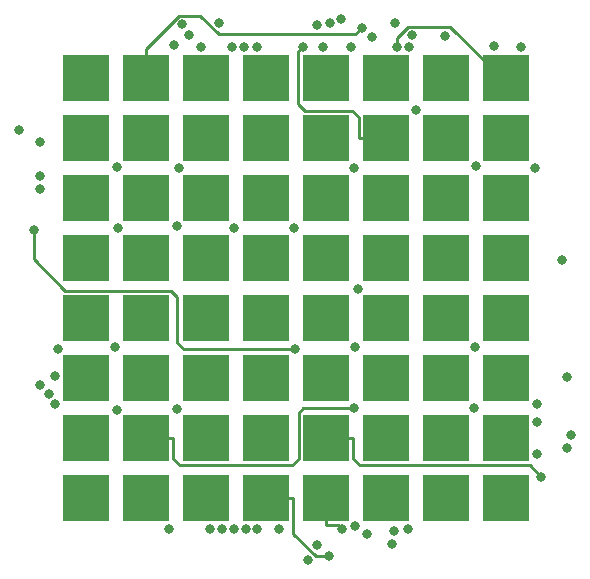
<source format=gbr>
G04 #@! TF.GenerationSoftware,KiCad,Pcbnew,(5.1.5)-3*
G04 #@! TF.CreationDate,2020-02-10T18:10:01+01:00*
G04 #@! TF.ProjectId,Mars-64,4d617273-2d36-4342-9e6b-696361645f70,A*
G04 #@! TF.SameCoordinates,Original*
G04 #@! TF.FileFunction,Copper,L1,Top*
G04 #@! TF.FilePolarity,Positive*
%FSLAX46Y46*%
G04 Gerber Fmt 4.6, Leading zero omitted, Abs format (unit mm)*
G04 Created by KiCad (PCBNEW (5.1.5)-3) date 2020-02-10 18:10:01*
%MOMM*%
%LPD*%
G04 APERTURE LIST*
%ADD10R,4.000000X4.000000*%
%ADD11C,0.800000*%
%ADD12C,0.250000*%
G04 APERTURE END LIST*
D10*
X43180000Y-38100000D03*
X48260000Y-38100000D03*
X53340000Y-38100000D03*
X58420000Y-38100000D03*
X63500000Y-38100000D03*
X68580000Y-38100000D03*
X73660000Y-38100000D03*
X78740000Y-38100000D03*
X43180000Y-43180000D03*
X48260000Y-43180000D03*
X53340000Y-43180000D03*
X58420000Y-43180000D03*
X63500000Y-43180000D03*
X68580000Y-43180000D03*
X73660000Y-43180000D03*
X78740000Y-43180000D03*
X43180000Y-48260000D03*
X48260000Y-48260000D03*
X53340000Y-48260000D03*
X58420000Y-48260000D03*
X63500000Y-48260000D03*
X68580000Y-48260000D03*
X73660000Y-48260000D03*
X78740000Y-48260000D03*
X43180000Y-53340000D03*
X48260000Y-53340000D03*
X53340000Y-53340000D03*
X58420000Y-53340000D03*
X63500000Y-53340000D03*
X68580000Y-53340000D03*
X73660000Y-53340000D03*
X78740000Y-53340000D03*
X43180000Y-58420000D03*
X48260000Y-58420000D03*
X53340000Y-58420000D03*
X58420000Y-58420000D03*
X63500000Y-58420000D03*
X68580000Y-58420000D03*
X73660000Y-58420000D03*
X78740000Y-58420000D03*
X43180000Y-63500000D03*
X48260000Y-63500000D03*
X53340000Y-63500000D03*
X58420000Y-63500000D03*
X63500000Y-63500000D03*
X68580000Y-63500000D03*
X73660000Y-63500000D03*
X78740000Y-63500000D03*
X43180000Y-68580000D03*
X48260000Y-68580000D03*
X53340000Y-68580000D03*
X58420000Y-68580000D03*
X63500000Y-68580000D03*
X68580000Y-68580000D03*
X73660000Y-68580000D03*
X78740000Y-68580000D03*
X43180000Y-73660000D03*
X48260000Y-73660000D03*
X53340000Y-73660000D03*
X58420000Y-73660000D03*
X63500000Y-73660000D03*
X68580000Y-73660000D03*
X73660000Y-73660000D03*
X78740000Y-73660000D03*
D11*
X65957100Y-60877100D03*
X66173100Y-55955100D03*
X45618400Y-60845000D03*
X60881600Y-61063400D03*
X38756100Y-50953800D03*
X55688800Y-50798800D03*
X60750900Y-50782400D03*
X73591000Y-34538900D03*
X81188600Y-45720000D03*
X70465100Y-76302100D03*
X83447000Y-53506200D03*
X80005000Y-35489300D03*
X43180000Y-38100000D03*
X66525200Y-33863200D03*
X48260000Y-38100000D03*
X54477300Y-33444500D03*
X53340000Y-38100000D03*
X65826400Y-45708300D03*
X58420000Y-38100000D03*
X71115900Y-40764500D03*
X63500000Y-38100000D03*
X70783200Y-34484300D03*
X68580000Y-38100000D03*
X70565800Y-35485400D03*
X73660000Y-38100000D03*
X69525700Y-35481400D03*
X78544800Y-38295200D03*
X65625800Y-35498700D03*
X43180000Y-43180000D03*
X67388000Y-34588500D03*
X48260000Y-43180000D03*
X69311200Y-33422400D03*
X53340000Y-43180000D03*
X63266900Y-35498600D03*
X58420000Y-43180000D03*
X63796700Y-33441900D03*
X63500000Y-43180000D03*
X61517600Y-35480100D03*
X62720500Y-33637400D03*
X73660000Y-43180000D03*
X64806200Y-33082500D03*
X78740000Y-43180000D03*
X45920200Y-50774300D03*
X43180000Y-48260000D03*
X51019000Y-45725700D03*
X48260000Y-48260000D03*
X39240900Y-47501600D03*
X53340000Y-48260000D03*
X39268000Y-46368200D03*
X58420000Y-48260000D03*
X45812200Y-45627800D03*
X63500000Y-48260000D03*
X39275200Y-43526800D03*
X68580000Y-48260000D03*
X37486800Y-42501200D03*
X73660000Y-48260000D03*
X51347300Y-33562400D03*
X78740000Y-48260000D03*
X51857100Y-34467400D03*
X43180000Y-53340000D03*
X50866200Y-50662700D03*
X48260000Y-53340000D03*
X52876900Y-35499300D03*
X53340000Y-53340000D03*
X50600000Y-35279600D03*
X58420000Y-53340000D03*
X55519900Y-35490700D03*
X63500000Y-53340000D03*
X56520300Y-35497800D03*
X68580000Y-53340000D03*
X57692400Y-35473500D03*
X73660000Y-53340000D03*
X77734600Y-35366300D03*
X78740000Y-53340000D03*
X40773900Y-61050200D03*
X43180000Y-58420000D03*
X40536100Y-63348000D03*
X48260000Y-58420000D03*
X39307500Y-64088400D03*
X53340000Y-58420000D03*
X58420000Y-58420000D03*
X76114400Y-60874400D03*
X63500000Y-58420000D03*
X68580000Y-58420000D03*
X50892090Y-66141410D03*
X54681900Y-76288100D03*
X73660000Y-58420000D03*
X40006000Y-64813800D03*
X78740000Y-58420000D03*
X40552600Y-65710600D03*
X43180000Y-63500000D03*
X45783800Y-66178500D03*
X48260000Y-63500000D03*
X50166100Y-76291300D03*
X53340000Y-63500000D03*
X53681500Y-76288500D03*
X58420000Y-63500000D03*
X55682300Y-76314700D03*
X64031376Y-64006476D03*
X56682700Y-76291200D03*
X68580000Y-63500000D03*
X57683100Y-76265800D03*
X73660000Y-63500000D03*
X59526400Y-76271900D03*
X78740000Y-63500000D03*
X83882200Y-63376000D03*
X43180000Y-68580000D03*
X65840200Y-66040000D03*
X48260000Y-68580000D03*
X83861900Y-69463600D03*
X53340000Y-68580000D03*
X84274200Y-68293400D03*
X58420000Y-68580000D03*
X81714600Y-71863500D03*
X63500000Y-68580000D03*
X81350900Y-65700500D03*
X68580000Y-68580000D03*
X75988800Y-66040000D03*
X73660000Y-68580000D03*
X81344500Y-67239700D03*
X78740000Y-68580000D03*
X69289300Y-76471300D03*
X43180000Y-73660000D03*
X65952200Y-76058500D03*
X48260000Y-73660000D03*
X69093400Y-77582800D03*
X53340000Y-73660000D03*
X63792100Y-78586000D03*
X58420000Y-73660000D03*
X64811000Y-76276200D03*
X63500000Y-73660000D03*
X66979900Y-76720500D03*
X68580000Y-73660000D03*
X62703600Y-77622800D03*
X73660000Y-73660000D03*
X61977100Y-78947900D03*
X78740000Y-73660000D03*
X81347800Y-69937500D03*
X76200000Y-45508000D03*
D12*
X60881600Y-61063400D02*
X51460900Y-61063400D01*
X51460900Y-61063400D02*
X50903400Y-60505900D01*
X50903400Y-60505900D02*
X50903400Y-56603300D01*
X50903400Y-56603300D02*
X50394800Y-56094700D01*
X50394800Y-56094700D02*
X41413600Y-56094700D01*
X41413600Y-56094700D02*
X38756100Y-53437200D01*
X38756100Y-53437200D02*
X38756100Y-50953800D01*
X48260000Y-38100000D02*
X48260000Y-35611400D01*
X48260000Y-35611400D02*
X51038000Y-32833400D01*
X51038000Y-32833400D02*
X52840500Y-32833400D01*
X52840500Y-32833400D02*
X54409100Y-34402000D01*
X54409100Y-34402000D02*
X65986400Y-34402000D01*
X65986400Y-34402000D02*
X66525200Y-33863200D01*
X78544800Y-38295200D02*
X73994500Y-33744900D01*
X73994500Y-33744900D02*
X70453200Y-33744900D01*
X70453200Y-33744900D02*
X69525700Y-34672400D01*
X69525700Y-34672400D02*
X69525700Y-35481400D01*
X78544800Y-38295200D02*
X78740000Y-38100000D01*
X68580000Y-43180000D02*
X66254700Y-43180000D01*
X61517600Y-35480100D02*
X61167200Y-35830500D01*
X61167200Y-35830500D02*
X61167200Y-40272800D01*
X61167200Y-40272800D02*
X61749100Y-40854700D01*
X61749100Y-40854700D02*
X65673400Y-40854700D01*
X65673400Y-40854700D02*
X66254700Y-41436000D01*
X66254700Y-41436000D02*
X66254700Y-43180000D01*
X50585300Y-68580000D02*
X50585300Y-70324000D01*
X50585300Y-70324000D02*
X51166700Y-70905400D01*
X51166700Y-70905400D02*
X60620500Y-70905400D01*
X60620500Y-70905400D02*
X61174700Y-70351200D01*
X61174700Y-70351200D02*
X61174700Y-66445200D01*
X61174700Y-66445200D02*
X61579900Y-66040000D01*
X61579900Y-66040000D02*
X65840200Y-66040000D01*
X48260000Y-68580000D02*
X50585300Y-68580000D01*
X63500000Y-68580000D02*
X65825300Y-68580000D01*
X65825300Y-68580000D02*
X65825300Y-70324000D01*
X65825300Y-70324000D02*
X66406600Y-70905300D01*
X66406600Y-70905300D02*
X80756400Y-70905300D01*
X80756400Y-70905300D02*
X81714600Y-71863500D01*
X60745300Y-73660000D02*
X60745300Y-76690200D01*
X60745300Y-76690200D02*
X62641100Y-78586000D01*
X62641100Y-78586000D02*
X63792100Y-78586000D01*
X58420000Y-73660000D02*
X60745300Y-73660000D01*
X63500000Y-75985300D02*
X64520100Y-75985300D01*
X64520100Y-75985300D02*
X64811000Y-76276200D01*
X63500000Y-73660000D02*
X63500000Y-75985300D01*
M02*

</source>
